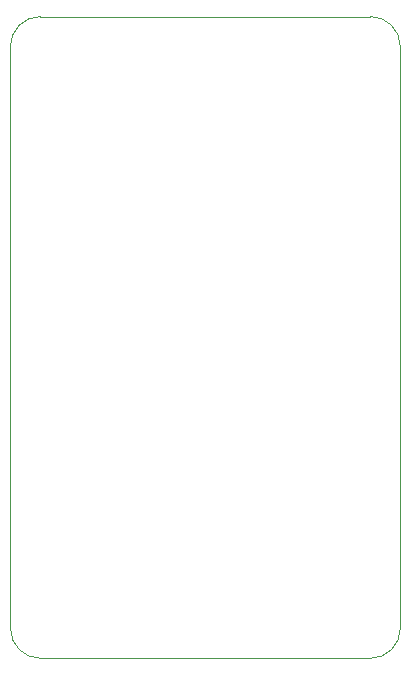
<source format=gm1>
G04 #@! TF.GenerationSoftware,KiCad,Pcbnew,8.0.2*
G04 #@! TF.CreationDate,2024-10-23T21:54:29-05:00*
G04 #@! TF.ProjectId,SAMC21_breakout,53414d43-3231-45f6-9272-65616b6f7574,rev?*
G04 #@! TF.SameCoordinates,Original*
G04 #@! TF.FileFunction,Profile,NP*
%FSLAX46Y46*%
G04 Gerber Fmt 4.6, Leading zero omitted, Abs format (unit mm)*
G04 Created by KiCad (PCBNEW 8.0.2) date 2024-10-23 21:54:29*
%MOMM*%
%LPD*%
G01*
G04 APERTURE LIST*
G04 #@! TA.AperFunction,Profile*
%ADD10C,0.100000*%
G04 #@! TD*
G04 APERTURE END LIST*
D10*
X82698000Y-76828000D02*
G75*
G02*
X85238000Y-74288000I2540000J0D01*
G01*
X115718000Y-76828000D02*
X115718000Y-126088000D01*
X85238000Y-128628000D02*
G75*
G02*
X82698000Y-126088000I0J2540000D01*
G01*
X113178000Y-74288000D02*
G75*
G02*
X115718000Y-76828000I0J-2540000D01*
G01*
X85238000Y-74288000D02*
X113178000Y-74288000D01*
X82698000Y-126088000D02*
X82698000Y-76828000D01*
X85238000Y-128628000D02*
X113178000Y-128628000D01*
X115718000Y-126088000D02*
G75*
G02*
X113178000Y-128628000I-2540000J0D01*
G01*
M02*

</source>
